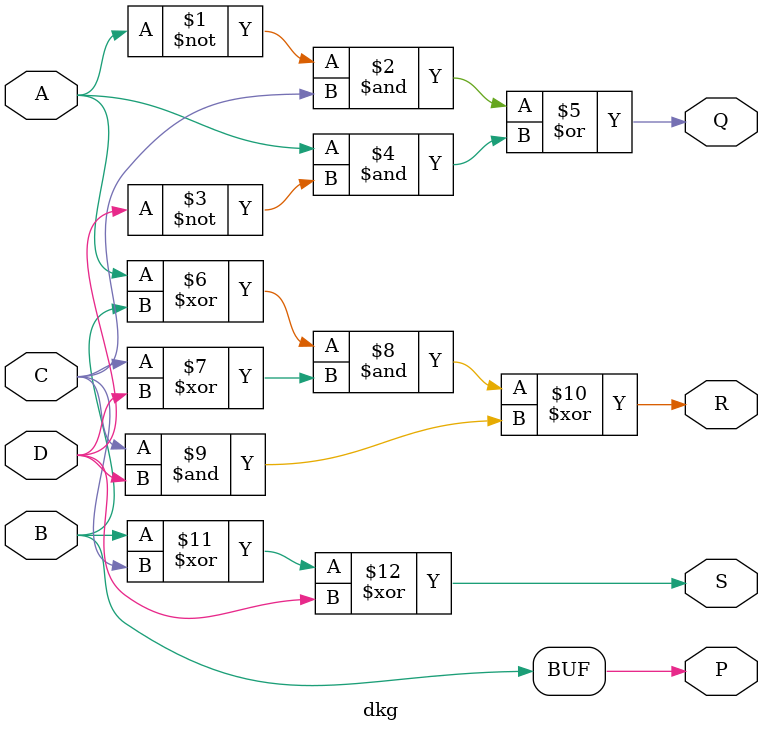
<source format=v>
`timescale 1ns / 1ps

module dkg(
    input A,
    input B,
    input C,
    input D,
    output P,
    output Q,
    output R,
    output S
);
    assign P = B;
    assign Q = (~A & C) | (A & ~D);
    assign R = (A ^ B) & (C ^ D) ^ (C & D);
    assign S = B ^ C ^ D;
endmodule


</source>
